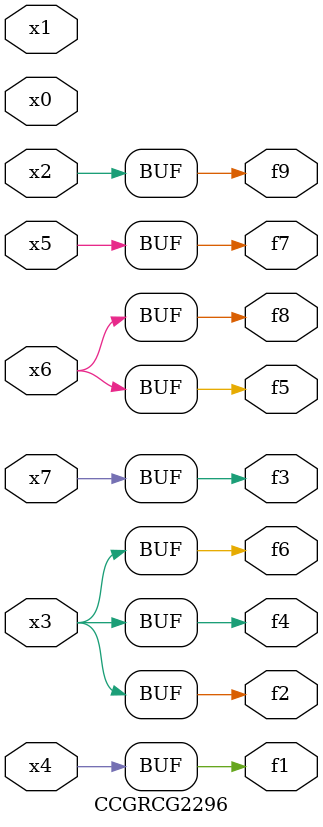
<source format=v>
module CCGRCG2296(
	input x0, x1, x2, x3, x4, x5, x6, x7,
	output f1, f2, f3, f4, f5, f6, f7, f8, f9
);
	assign f1 = x4;
	assign f2 = x3;
	assign f3 = x7;
	assign f4 = x3;
	assign f5 = x6;
	assign f6 = x3;
	assign f7 = x5;
	assign f8 = x6;
	assign f9 = x2;
endmodule

</source>
